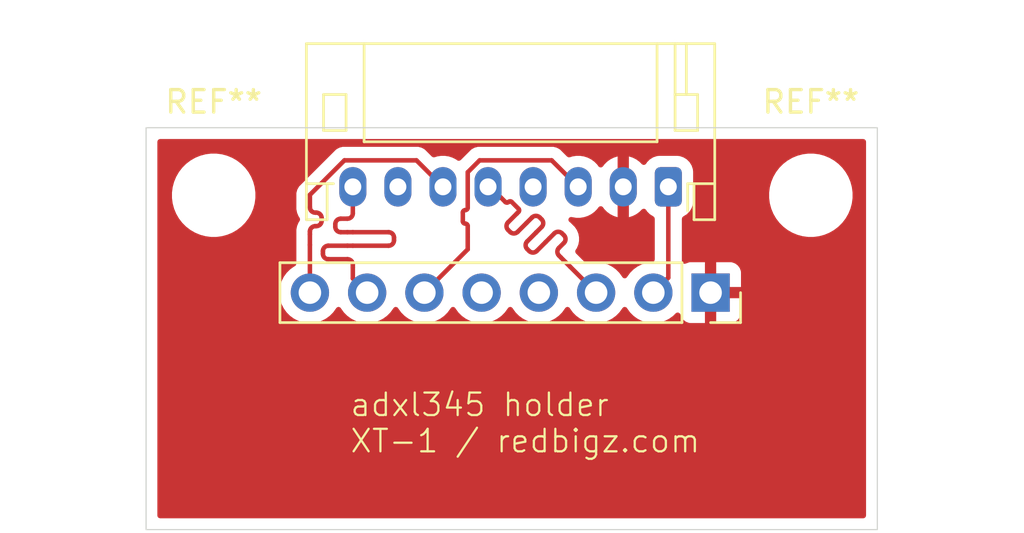
<source format=kicad_pcb>
(kicad_pcb (version 20241229) (generator "pcbnew") (generator_version "9.0")
  (layers (0 "F.Cu" signal) (2 "B.Cu" signal) (13 "F.Paste" user) (15 "B.Paste" user) (5 "F.SilkS" user "F.Silkscreen") (7 "B.SilkS" user "B.Silkscreen") (1 "F.Mask" user) (3 "B.Mask" user) (25 "Edge.Cuts" user))
  (net 0 "")
  (net 1 "VCC")
  (net 2 "/CS")
  (net 3 "/INT1")
  (net 4 "/SDA")
  (net 5 "/SDO")
  (net 6 "/INT2")
  (net 7 "/SCL")
  (net 8 "GND")
  (footprint "Connector_JST:JST_PH_S8B-PH-K_1x08_P2.00mm_Horizontal" (layer "F.Cu") (at 23.175 2.625 180)
    (property "Reference" "J2" (hide yes))
    (property "Value" "Conn_01x08_Pin")
    (fp_line (start 16.06 6.36) (end 16.06 -1.46) (stroke (width 0.12)) (layer "F.SilkS"))
    (fp_line (start 16.06 0.14) (end 15.14 0.14) (stroke (width 0.12)) (layer "F.SilkS"))
    (fp_line (start 16.06 -1.46) (end 15.14 -1.46) (stroke (width 0.12)) (layer "F.SilkS"))
    (fp_line (start 15.3 4.1) (end 14.3 4.1) (stroke (width 0.12)) (layer "F.SilkS"))
    (fp_line (start 15.3 2.5) (end 15.3 4.1) (stroke (width 0.12)) (layer "F.SilkS"))
    (fp_line (start 15.14 0.14) (end 14.86 0.14) (stroke (width 0.12)) (layer "F.SilkS"))
    (fp_line (start 15.14 -1.46) (end 15.14 0.14) (stroke (width 0.12)) (layer "F.SilkS"))
    (fp_line (start 14.3 4.1) (end 14.3 2.5) (stroke (width 0.12)) (layer "F.SilkS"))
    (fp_line (start 14.3 2.5) (end 15.3 2.5) (stroke (width 0.12)) (layer "F.SilkS"))
    (fp_line (start 13.5 2) (end 13.5 6.36) (stroke (width 0.12)) (layer "F.SilkS"))
    (fp_line (start 0.5 6.36) (end 0.5 2) (stroke (width 0.12)) (layer "F.SilkS"))
    (fp_line (start 0.5 2) (end 13.5 2) (stroke (width 0.12)) (layer "F.SilkS"))
    (fp_line (start -0.3 4.1) (end -0.3 6.36) (stroke (width 0.12)) (layer "F.SilkS"))
    (fp_line (start -0.3 4.1) (end -0.3 2.5) (stroke (width 0.12)) (layer "F.SilkS"))
    (fp_line (start -0.3 2.5) (end -1.3 2.5) (stroke (width 0.12)) (layer "F.SilkS"))
    (fp_line (start -0.8 4.1) (end -0.8 6.36) (stroke (width 0.12)) (layer "F.SilkS"))
    (fp_line (start -0.86 0.14) (end -0.86 -1.075) (stroke (width 0.12)) (layer "F.SilkS"))
    (fp_line (start -0.86 0.14) (end -1.14 0.14) (stroke (width 0.12)) (layer "F.SilkS"))
    (fp_line (start -1.14 0.14) (end -1.14 -1.46) (stroke (width 0.12)) (layer "F.SilkS"))
    (fp_line (start -1.14 -1.46) (end -2.06 -1.46) (stroke (width 0.12)) (layer "F.SilkS"))
    (fp_line (start -1.3 4.1) (end -0.3 4.1) (stroke (width 0.12)) (layer "F.SilkS"))
    (fp_line (start -1.3 2.5) (end -1.3 4.1) (stroke (width 0.12)) (layer "F.SilkS"))
    (fp_line (start -2.06 6.36) (end 16.06 6.36) (stroke (width 0.12)) (layer "F.SilkS"))
    (fp_line (start -2.06 0.14) (end -1.14 0.14) (stroke (width 0.12)) (layer "F.SilkS"))
    (fp_line (start -2.06 -1.46) (end -2.06 6.36) (stroke (width 0.12)) (layer "F.SilkS"))
    (pad "1" thru_hole roundrect (at 0 0 180) (size 1.2 1.75) (drill 0.75) (layers "*.Cu" "*.Mask") (roundrect_rratio 0.208333) (net 1 "VCC"))
    (pad "2" thru_hole oval (at 2 0 180) (size 1.2 1.75) (drill 0.75) (layers "*.Cu" "*.Mask") (net 8 "GND"))
    (pad "3" thru_hole oval (at 4 0 180) (size 1.2 1.75) (drill 0.75) (layers "*.Cu" "*.Mask") (net 5 "/SDO"))
    (pad "4" thru_hole oval (at 6 0 180) (size 1.2 1.75) (drill 0.75) (layers "*.Cu" "*.Mask"))
    (pad "5" thru_hole oval (at 8 0 180) (size 1.2 1.75) (drill 0.75) (layers "*.Cu" "*.Mask") (net 2 "/CS"))
    (pad "6" thru_hole oval (at 10 0 180) (size 1.2 1.75) (drill 0.75) (layers "*.Cu" "*.Mask") (net 7 "/SCL"))
    (pad "7" thru_hole oval (at 12 0 180) (size 1.2 1.75) (drill 0.75) (layers "*.Cu" "*.Mask"))
    (pad "8" thru_hole oval (at 14 0 180) (size 1.2 1.75) (drill 0.75) (layers "*.Cu" "*.Mask") (net 4 "/SDA"))
  )
  (footprint "MountingHole:MountingHole_3.2mm_M3" (layer "F.Cu") (at 29.5 3)
    (property "Reference" "REF**" (at 0 -4.15 0) (layer "F.SilkS"))
    (property "Value" "MountingHole_3.2mm_M3")
    (pad "" np_thru_hole circle (at 0 0) (size 3.2 3.2) (drill 3.2) (layers "*.Cu" "*.Mask"))
  )
  (footprint "MountingHole:MountingHole_3.2mm_M3" (layer "F.Cu") (at 3 3)
    (property "Reference" "REF**" (at 0 -4.15 0) (layer "F.SilkS"))
    (property "Value" "MountingHole_3.2mm_M3")
    (pad "" np_thru_hole circle (at 0 0) (size 3.2 3.2) (drill 3.2) (layers "*.Cu" "*.Mask"))
  )
  (footprint "Connector_PinSocket_2.54mm:PinSocket_1x08_P2.54mm_Vertical" (layer "F.Cu") (at 25.05 7.325 -90)
    (property "Reference" "J1" (hide yes))
    (property "Value" "Conn_01x08_Pin")
    (fp_line (start -1.33 19.11) (end 1.33 19.11) (stroke (width 0.12)) (layer "F.SilkS"))
    (fp_line (start -1.33 1.27) (end -1.33 19.11) (stroke (width 0.12)) (layer "F.SilkS"))
    (fp_line (start -1.33 1.27) (end 1.33 1.27) (stroke (width 0.12)) (layer "F.SilkS"))
    (fp_line (start 1.33 1.27) (end 1.33 19.11) (stroke (width 0.12)) (layer "F.SilkS"))
    (fp_line (start 0 -1.33) (end 1.33 -1.33) (stroke (width 0.12)) (layer "F.SilkS"))
    (fp_line (start 1.33 -1.33) (end 1.33 0) (stroke (width 0.12)) (layer "F.SilkS"))
    (pad "1" thru_hole rect (at 0 0 270) (size 1.7 1.7) (drill 1) (layers "*.Cu" "*.Mask") (net 8 "GND"))
    (pad "2" thru_hole circle (at 0 2.54 270) (size 1.7 1.7) (drill 1) (layers "*.Cu" "*.Mask") (net 1 "VCC"))
    (pad "3" thru_hole circle (at 0 5.08 270) (size 1.7 1.7) (drill 1) (layers "*.Cu" "*.Mask") (net 2 "/CS"))
    (pad "4" thru_hole circle (at 0 7.62 270) (size 1.7 1.7) (drill 1) (layers "*.Cu" "*.Mask") (net 3 "/INT1"))
    (pad "5" thru_hole circle (at 0 10.16 270) (size 1.7 1.7) (drill 1) (layers "*.Cu" "*.Mask") (net 6 "/INT2"))
    (pad "6" thru_hole circle (at 0 12.7 270) (size 1.7 1.7) (drill 1) (layers "*.Cu" "*.Mask") (net 5 "/SDO"))
    (pad "7" thru_hole circle (at 0 15.24 270) (size 1.7 1.7) (drill 1) (layers "*.Cu" "*.Mask") (net 4 "/SDA"))
    (pad "8" thru_hole circle (at 0 17.78 270) (size 1.7 1.7) (drill 1) (layers "*.Cu" "*.Mask") (net 7 "/SCL"))
  )
  (gr_rect (start 0 0) (end 32.45 17.85) (stroke (width 0.05)) (fill no) (layer "Edge.Cuts"))
  (gr_text "adxl345 holder\nXT-1 / redbigz.com" (at 9 14.5 0) (layer "F.SilkS") (effects (font (size 1 1) (thickness 0.1)) (justify left bottom)))
  (segment (start 23.175 2.625) (end 23.175 6.66) (width 0.2) (layer "F.Cu") (net 1))
  (segment (start 23.175 6.66) (end 22.51 7.325) (width 0.2) (layer "F.Cu") (net 1))
  (segment (start 17.303647 4.658648) (end 17.303647 4.658647) (width 0.2) (layer "F.Cu") (net 2))
  (segment (start 17.897614 4.913203) (end 18.118473 4.692344) (width 0.2) (layer "F.Cu") (net 2))
  (segment (start 18.406731 5.761731) (end 18.825191 6.180191) (width 0.2) (layer "F.Cu") (net 2))
  (segment (start 18.457887 4.692346) (end 18.542739 4.777198) (width 0.2) (layer "F.Cu") (net 2))
  (segment (start 18.321879 5.67688) (end 18.406731 5.761731) (width 0.2) (layer "F.Cu") (net 2))
  (segment (start 16.45512 3.810121) (end 16.455121 3.810121) (width 0.2) (layer "F.Cu") (net 2))
  (segment (start 17.72791 5.082909) (end 17.72791 5.08291) (width 0.2) (layer "F.Cu") (net 2))
  (segment (start 15.175 2.625) (end 15.27 2.625) (width 0.2) (layer "F.Cu") (net 2))
  (segment (start 16.064597 4.540056) (end 16.149449 4.624908) (width 0.2) (layer "F.Cu") (net 2))
  (segment (start 18.825191 6.180191) (end 19.97 7.325) (width 0.2) (layer "F.Cu") (net 2))
  (segment (start 16.488861 4.624908) (end 16.879384 4.234384) (width 0.2) (layer "F.Cu") (net 2))
  (segment (start 16.455121 3.810121) (end 16.064597 4.200644) (width 0.2) (layer "F.Cu") (net 2))
  (segment (start 16.913053 5.388651) (end 16.997905 5.473503) (width 0.2) (layer "F.Cu") (net 2))
  (segment (start 18.542739 5.11661) (end 18.321878 5.337468) (width 0.2) (layer "F.Cu") (net 2))
  (segment (start 17.467956 3.985222) (end 17.552808 4.070074) (width 0.2) (layer "F.Cu") (net 2))
  (segment (start 17.303647 4.658647) (end 16.913053 5.04924) (width 0.2) (layer "F.Cu") (net 2))
  (segment (start 16.879384 4.234384) (end 17.128544 3.985221) (width 0.2) (layer "F.Cu") (net 2))
  (segment (start 15.27 2.625) (end 15.94247 3.29747) (width 0.2) (layer "F.Cu") (net 2))
  (segment (start 16.225312 3.29747) (end 16.52583 3.597988) (width 0.2) (layer "F.Cu") (net 2))
  (segment (start 16.52583 3.73941) (end 16.45512 3.810121) (width 0.2) (layer "F.Cu") (net 2))
  (segment (start 17.552808 4.409486) (end 17.303647 4.658648) (width 0.2) (layer "F.Cu") (net 2))
  (segment (start 17.72791 5.08291) (end 17.897614 4.913203) (width 0.2) (layer "F.Cu") (net 2))
  (segment (start 17.337317 5.473503) (end 17.72791 5.082909) (width 0.2) (layer "F.Cu") (net 2))
  (arc (start 18.321878 5.337468) (mid 18.251585 5.507174) (end 18.321879 5.67688) (width 0.2) (layer "F.Cu") (net 2))
  (arc (start 17.552808 4.070074) (mid 17.623104 4.239781) (end 17.552808 4.409486) (width 0.2) (layer "F.Cu") (net 2))
  (arc (start 16.149449 4.624908) (mid 16.319155 4.695203) (end 16.488861 4.624908) (width 0.2) (layer "F.Cu") (net 2))
  (arc (start 16.997905 5.473503) (mid 17.167611 5.543798) (end 17.337317 5.473503) (width 0.2) (layer "F.Cu") (net 2))
  (arc (start 16.913053 5.04924) (mid 16.842759 5.218945) (end 16.913053 5.388651) (width 0.2) (layer "F.Cu") (net 2))
  (arc (start 16.52583 3.597988) (mid 16.555119 3.668699) (end 16.52583 3.73941) (width 0.2) (layer "F.Cu") (net 2))
  (arc (start 18.118473 4.692344) (mid 18.28818 4.62205) (end 18.457887 4.692346) (width 0.2) (layer "F.Cu") (net 2))
  (arc (start 16.083892 3.297471) (mid 16.154601 3.268181) (end 16.225312 3.29747) (width 0.2) (layer "F.Cu") (net 2))
  (arc (start 16.064597 4.200644) (mid 15.994302 4.37035) (end 16.064597 4.540056) (width 0.2) (layer "F.Cu") (net 2))
  (arc (start 18.542739 4.777198) (mid 18.613033 4.946903) (end 18.542739 5.11661) (width 0.2) (layer "F.Cu") (net 2))
  (arc (start 15.94247 3.29747) (mid 16.013181 3.326759) (end 16.083892 3.297471) (width 0.2) (layer "F.Cu") (net 2))
  (arc (start 17.128544 3.985221) (mid 17.29825 3.914928) (end 17.467956 3.985222) (width 0.2) (layer "F.Cu") (net 2))
  (segment (start 9.175 6.080441) (end 9.175 6.200441) (width 0.2) (layer "F.Cu") (net 4))
  (segment (start 9.175 5.240441) (end 8.935 5.240441) (width 0.2) (layer "F.Cu") (net 4))
  (segment (start 8.638129 4.640441) (end 8.935 4.640441) (width 0.2) (layer "F.Cu") (net 4))
  (segment (start 8.935 4.040441) (end 8.638129 4.040441) (width 0.2) (layer "F.Cu") (net 4))
  (segment (start 8.088115 5.840441) (end 8.935 5.840441) (width 0.2) (layer "F.Cu") (net 4))
  (segment (start 8.398129 4.280441) (end 8.398129 4.400441) (width 0.2) (layer "F.Cu") (net 4))
  (segment (start 9.175 6.200441) (end 9.175 6.69) (width 0.2) (layer "F.Cu") (net 4))
  (segment (start 8.935 4.640441) (end 9.175 4.640441) (width 0.2) (layer "F.Cu") (net 4))
  (segment (start 9.175 2.625) (end 9.175 3.800441) (width 0.2) (layer "F.Cu") (net 4))
  (segment (start 11.001882 4.880441) (end 11.001882 5.000441) (width 0.2) (layer "F.Cu") (net 4))
  (segment (start 9.175 6.69) (end 9.194098 6.709098) (width 0.2) (layer "F.Cu") (net 4))
  (segment (start 8.935 5.240441) (end 8.088115 5.240441) (width 0.2) (layer "F.Cu") (net 4))
  (segment (start 10.761882 5.240441) (end 9.175 5.240441) (width 0.2) (layer "F.Cu") (net 4))
  (segment (start 9.194098 6.709098) (end 9.81 7.325) (width 0.2) (layer "F.Cu") (net 4))
  (segment (start 7.848115 5.480441) (end 7.848115 5.600441) (width 0.2) (layer "F.Cu") (net 4))
  (segment (start 9.175 4.640441) (end 10.761882 4.640441) (width 0.2) (layer "F.Cu") (net 4))
  (arc (start 8.935 5.840441) (mid 9.104706 5.910735) (end 9.175 6.080441) (width 0.2) (layer "F.Cu") (net 4))
  (arc (start 7.848115 5.600441) (mid 7.918409 5.770147) (end 8.088115 5.840441) (width 0.2) (layer "F.Cu") (net 4))
  (arc (start 9.175 3.800441) (mid 9.104706 3.970147) (end 8.935 4.040441) (width 0.2) (layer "F.Cu") (net 4))
  (arc (start 8.638129 4.040441) (mid 8.468423 4.110735) (end 8.398129 4.280441) (width 0.2) (layer "F.Cu") (net 4))
  (arc (start 11.001882 5.000441) (mid 10.931588 5.170147) (end 10.761882 5.240441) (width 0.2) (layer "F.Cu") (net 4))
  (arc (start 10.761882 4.640441) (mid 10.931588 4.710735) (end 11.001882 4.880441) (width 0.2) (layer "F.Cu") (net 4))
  (arc (start 8.398129 4.400441) (mid 8.468423 4.570147) (end 8.638129 4.640441) (width 0.2) (layer "F.Cu") (net 4))
  (arc (start 8.088115 5.240441) (mid 7.918409 5.310735) (end 7.848115 5.480441) (width 0.2) (layer "F.Cu") (net 4))
  (segment (start 19.175 2.625) (end 17.999 1.449) (width 0.2) (layer "F.Cu") (net 5))
  (segment (start 14.274 4.368649) (end 14.274 4.751297) (width 0.2) (layer "F.Cu") (net 5))
  (segment (start 14.056648 3.768649) (end 14.056648 4.151297) (width 0.2) (layer "F.Cu") (net 5))
  (segment (start 14.274 5.401) (end 12.35 7.325) (width 0.2) (layer "F.Cu") (net 5))
  (segment (start 14.274 4.852752) (end 14.274 5.401) (width 0.2) (layer "F.Cu") (net 5))
  (segment (start 17.999 1.449) (end 14.801794 1.449) (width 0.2) (layer "F.Cu") (net 5))
  (segment (start 14.274 4.751297) (end 14.274 4.852752) (width 0.2) (layer "F.Cu") (net 5))
  (segment (start 14.274 1.976794) (end 14.274 3.551297) (width 0.2) (layer "F.Cu") (net 5))
  (segment (start 14.801794 1.449) (end 14.274 1.976794) (width 0.2) (layer "F.Cu") (net 5))
  (arc (start 14.165324 3.659973) (mid 14.088478 3.691803) (end 14.056648 3.768649) (width 0.2) (layer "F.Cu") (net 5))
  (arc (start 14.165324 4.259973) (mid 14.24217 4.291803) (end 14.274 4.368649) (width 0.2) (layer "F.Cu") (net 5))
  (arc (start 14.274 3.551297) (mid 14.24217 3.628143) (end 14.165324 3.659973) (width 0.2) (layer "F.Cu") (net 5))
  (arc (start 14.056648 4.151297) (mid 14.088478 4.228143) (end 14.165324 4.259973) (width 0.2) (layer "F.Cu") (net 5))
  (segment (start 7.550555 4.371766) (end 7.51 4.371766) (width 0.2) (layer "F.Cu") (net 7))
  (segment (start 13.175 2.625) (end 11.999 1.449) (width 0.2) (layer "F.Cu") (net 7))
  (segment (start 7.790555 4.011766) (end 7.790555 4.131766) (width 0.2) (layer "F.Cu") (net 7))
  (segment (start 7.27 2.980794) (end 7.27 3.531766) (width 0.2) (layer "F.Cu") (net 7))
  (segment (start 7.27 4.611766) (end 7.27 4.731766) (width 0.2) (layer "F.Cu") (net 7))
  (segment (start 7.27 4.731766) (end 7.27 5.202833) (width 0.2) (layer "F.Cu") (net 7))
  (segment (start 11.999 1.449) (end 8.801794 1.449) (width 0.2) (layer "F.Cu") (net 7))
  (segment (start 7.27 5.202833) (end 7.27 7.325) (width 0.2) (layer "F.Cu") (net 7))
  (segment (start 7.51 3.771766) (end 7.550555 3.771766) (width 0.2) (layer "F.Cu") (net 7))
  (segment (start 8.801794 1.449) (end 7.27 2.980794) (width 0.2) (layer "F.Cu") (net 7))
  (arc (start 7.27 3.531766) (mid 7.340294 3.701472) (end 7.51 3.771766) (width 0.2) (layer "F.Cu") (net 7))
  (arc (start 7.550555 3.771766) (mid 7.720261 3.84206) (end 7.790555 4.011766) (width 0.2) (layer "F.Cu") (net 7))
  (arc (start 7.790555 4.131766) (mid 7.720261 4.301472) (end 7.550555 4.371766) (width 0.2) (layer "F.Cu") (net 7))
  (arc (start 7.51 4.371766) (mid 7.340294 4.44206) (end 7.27 4.611766) (width 0.2) (layer "F.Cu") (net 7))
  (zone (net 8) (net_name "GND") (layer "F.Cu") (connect_pads (clearance 0.5)) (min_thickness 0.25) (fill yes (thermal_gap 0.5) (thermal_bridge_width 0.5))
    (polygon (pts (xy 0 0) (xy 0 18) (xy 32.5 18) (xy 32.5 0)))
  )
)
</source>
